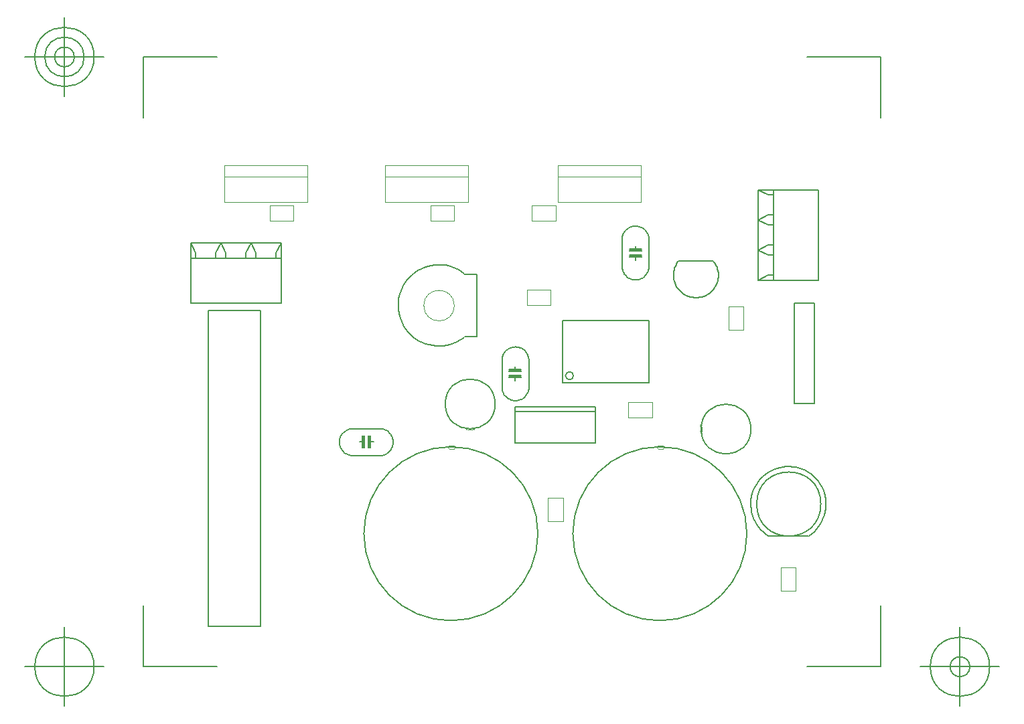
<source format=gbr>
G04 Generated by Ultiboard 14.1 *
%FSLAX34Y34*%
%MOMM*%

%ADD10C,0.0001*%
%ADD11C,0.1778*%
%ADD12C,0.2032*%
%ADD13C,0.0010*%
%ADD14C,0.1000*%
%ADD15C,0.1270*%


G04 ColorRGB 0000FF for the following layer *
%LN3D-Info Top*%
%LPD*%
G54D10*
G54D11*
X54187Y5292D02*
X54187Y405342D01*
X119803Y5292D02*
X119803Y405342D01*
X54187Y405342D01*
X54187Y5292D02*
X119803Y5292D01*
X270800Y221460D02*
X272282Y221525D01*
X273752Y221718D01*
X275200Y222039D01*
X276614Y222485D01*
X277985Y223053D01*
X279300Y223738D01*
X280551Y224534D01*
X281727Y225437D01*
X282821Y226439D01*
X283823Y227533D01*
X284726Y228709D01*
X285522Y229960D01*
X286207Y231275D01*
X286775Y232646D01*
X287221Y234060D01*
X287542Y235508D01*
X287735Y236978D01*
X287800Y238460D01*
X287735Y239942D01*
X287542Y241412D01*
X287221Y242860D01*
X286775Y244274D01*
X286207Y245645D01*
X285522Y246960D01*
X284726Y248211D01*
X283823Y249387D01*
X282821Y250481D01*
X281727Y251483D01*
X280551Y252386D01*
X279300Y253182D01*
X277985Y253867D01*
X276614Y254435D01*
X275200Y254881D01*
X273752Y255202D01*
X272282Y255395D01*
X270800Y255460D01*
X237800Y255460D02*
X236315Y255482D01*
X234833Y255375D01*
X233366Y255140D01*
X231925Y254777D01*
X230522Y254290D01*
X229166Y253682D01*
X227868Y252959D01*
X226639Y252126D01*
X225486Y251188D01*
X224420Y250153D01*
X223448Y249030D01*
X222578Y247826D01*
X221815Y246551D01*
X221167Y245214D01*
X220638Y243826D01*
X220232Y242397D01*
X219952Y240938D01*
X219800Y239460D01*
X219778Y237975D01*
X219885Y236493D01*
X220120Y235026D01*
X220483Y233585D01*
X220970Y232182D01*
X221578Y230826D01*
X222301Y229528D01*
X223134Y228299D01*
X224072Y227146D01*
X225107Y226080D01*
X226230Y225108D01*
X227434Y224238D01*
X228709Y223475D01*
X230046Y222827D01*
X231434Y222298D01*
X232863Y221892D01*
X234322Y221612D01*
X235800Y221460D01*
X237285Y221438D01*
X237800Y221460D01*
X259080Y238760D02*
X262890Y238760D01*
X256540Y246380D02*
X256540Y231140D01*
X257810Y231140D02*
X257810Y246380D01*
X259080Y246380D02*
X259080Y231140D01*
X250190Y246380D02*
X250190Y231140D01*
X251460Y231140D02*
X251460Y246380D01*
X248920Y231140D02*
X248920Y246380D01*
X248920Y238760D02*
X245110Y238760D01*
X270800Y255460D02*
X237800Y255460D01*
X270800Y221460D02*
X237800Y221460D01*
X442160Y283400D02*
X543160Y283400D01*
X543160Y277400D01*
X442160Y277400D01*
X442160Y283400D01*
X442160Y277400D02*
X543160Y277400D01*
X543160Y237400D01*
X442160Y237400D01*
X442160Y277400D01*
X459260Y341920D02*
X459195Y343402D01*
X459002Y344872D01*
X458681Y346320D01*
X458235Y347734D01*
X457667Y349105D01*
X456982Y350420D01*
X456186Y351671D01*
X455283Y352847D01*
X454281Y353941D01*
X453187Y354943D01*
X452011Y355846D01*
X450760Y356642D01*
X449445Y357327D01*
X448074Y357895D01*
X446660Y358341D01*
X445212Y358662D01*
X443742Y358855D01*
X442260Y358920D01*
X440778Y358855D01*
X439308Y358662D01*
X437860Y358341D01*
X436446Y357895D01*
X435075Y357327D01*
X433760Y356642D01*
X432509Y355846D01*
X431333Y354943D01*
X430239Y353941D01*
X429237Y352847D01*
X428334Y351671D01*
X427538Y350420D01*
X426853Y349105D01*
X426285Y347734D01*
X425839Y346320D01*
X425518Y344872D01*
X425325Y343402D01*
X425260Y341920D01*
X425260Y308920D02*
X425238Y307435D01*
X425345Y305953D01*
X425580Y304486D01*
X425943Y303045D01*
X426430Y301642D01*
X427038Y300286D01*
X427761Y298988D01*
X428594Y297759D01*
X429532Y296606D01*
X430567Y295540D01*
X431690Y294568D01*
X432894Y293698D01*
X434169Y292935D01*
X435506Y292287D01*
X436894Y291758D01*
X438323Y291352D01*
X439782Y291072D01*
X441260Y290920D01*
X442745Y290898D01*
X444227Y291005D01*
X445694Y291240D01*
X447135Y291603D01*
X448538Y292090D01*
X449894Y292698D01*
X451192Y293421D01*
X452421Y294254D01*
X453574Y295192D01*
X454640Y296227D01*
X455612Y297350D01*
X456482Y298554D01*
X457245Y299829D01*
X457893Y301166D01*
X458422Y302554D01*
X458828Y303983D01*
X459108Y305442D01*
X459260Y306920D01*
X459282Y308405D01*
X459260Y308920D01*
X441960Y330200D02*
X441960Y334010D01*
X434340Y327660D02*
X449580Y327660D01*
X449580Y328930D02*
X434340Y328930D01*
X434340Y330200D02*
X449580Y330200D01*
X434340Y321310D02*
X449580Y321310D01*
X449580Y322580D02*
X434340Y322580D01*
X449580Y320040D02*
X434340Y320040D01*
X441960Y320040D02*
X441960Y316230D01*
X425260Y341920D02*
X425260Y308920D01*
X459260Y341920D02*
X459260Y308920D01*
X393700Y450850D02*
X393700Y372110D01*
X377809Y451453D02*
X374202Y454122D01*
X370376Y456466D01*
X366361Y458468D01*
X362186Y460113D01*
X357883Y461387D01*
X353486Y462282D01*
X349028Y462790D01*
X344542Y462907D01*
X340064Y462633D01*
X335626Y461970D01*
X331263Y460923D01*
X327007Y459499D01*
X322892Y457709D01*
X318949Y455568D01*
X315207Y453092D01*
X311696Y450298D01*
X308441Y447210D01*
X305467Y443849D01*
X302798Y440242D01*
X300454Y436416D01*
X298452Y432401D01*
X296807Y428226D01*
X295533Y423923D01*
X294638Y419526D01*
X294130Y415068D01*
X294013Y410582D01*
X294287Y406104D01*
X294950Y401666D01*
X295997Y397303D01*
X297421Y393047D01*
X299211Y388932D01*
X301352Y384989D01*
X303828Y381247D01*
X306622Y377736D01*
X309710Y374481D01*
X313071Y371507D01*
X316678Y368838D01*
X320504Y366494D01*
X324519Y364492D01*
X328694Y362847D01*
X332997Y361573D01*
X337394Y360678D01*
X341852Y360170D01*
X346338Y360053D01*
X350816Y360327D01*
X355254Y360990D01*
X359617Y362037D01*
X363873Y363461D01*
X367988Y365251D01*
X371931Y367392D01*
X375673Y369868D01*
X377809Y371507D01*
X378460Y372110D02*
X393700Y372110D01*
X378460Y450850D02*
X393700Y450850D01*
X31750Y490220D02*
X146050Y490220D01*
X146050Y471170D01*
X31750Y471170D01*
X31750Y490220D01*
X146050Y490220D01*
X146050Y471170D01*
X31750Y471170D01*
X31750Y490220D01*
X31750Y471170D01*
X146050Y490220D02*
X146050Y471170D01*
X38100Y477520D02*
X38100Y471170D01*
X76200Y477520D02*
X76200Y471170D01*
X63500Y477520D02*
X63500Y471170D01*
X139700Y477520D02*
X139700Y471170D01*
X101600Y477520D02*
X101600Y471170D01*
X114300Y477520D02*
X114300Y471170D01*
X31750Y471170D02*
X146050Y471170D01*
X146050Y414020D01*
X31750Y414020D01*
X31750Y471170D01*
X146050Y414020D02*
X31750Y414020D01*
X114300Y471170D02*
X101600Y471170D01*
X76200Y471170D02*
X63500Y471170D01*
X38100Y471170D02*
X31750Y471170D01*
X146050Y471170D02*
X139700Y471170D01*
X107950Y490220D02*
X114300Y477520D01*
X69850Y490220D02*
X63500Y477520D01*
X69850Y490220D02*
X76200Y477520D01*
X31750Y490220D02*
X38100Y477520D01*
X107950Y490220D02*
X101600Y477520D01*
X146050Y490220D02*
X139700Y477520D01*
X749300Y443230D02*
X768350Y443230D01*
X768350Y557530D01*
X749300Y557530D01*
X749300Y443230D01*
X768350Y443230D01*
X768350Y557530D01*
X749300Y557530D01*
X749300Y443230D01*
X768350Y443230D01*
X749300Y557530D02*
X768350Y557530D01*
X762000Y449580D02*
X768350Y449580D01*
X762000Y487680D02*
X768350Y487680D01*
X762000Y474980D02*
X768350Y474980D01*
X762000Y551180D02*
X768350Y551180D01*
X762000Y513080D02*
X768350Y513080D01*
X762000Y525780D02*
X768350Y525780D01*
X768350Y443230D02*
X825500Y443230D01*
X825500Y557530D01*
X768350Y557530D01*
X768350Y443230D01*
X825500Y557530D02*
X825500Y443230D01*
X768350Y525780D02*
X768350Y513080D01*
X768350Y487680D02*
X768350Y474980D01*
X768350Y449580D02*
X768350Y443230D01*
X768350Y557530D02*
X768350Y551180D01*
X749300Y519430D02*
X762000Y525780D01*
X749300Y481330D02*
X762000Y474980D01*
X749300Y481330D02*
X762000Y487680D01*
X749300Y443230D02*
X762000Y449580D01*
X749300Y519430D02*
X762000Y513080D01*
X749300Y557530D02*
X762000Y551180D01*
X813338Y120078D02*
X816721Y122491D01*
X819880Y125189D01*
X822792Y128153D01*
X825435Y131359D01*
X827788Y134783D01*
X829834Y138399D01*
X831557Y142179D01*
X832944Y146096D01*
X833984Y150118D01*
X834670Y154216D01*
X834996Y158358D01*
X834960Y162513D01*
X834562Y166648D01*
X833804Y170733D01*
X832694Y174737D01*
X831239Y178629D01*
X829450Y182379D01*
X827342Y185958D01*
X824929Y189341D01*
X822231Y192500D01*
X819267Y195412D01*
X816061Y198055D01*
X812637Y200408D01*
X809021Y202454D01*
X805241Y204177D01*
X801324Y205564D01*
X797302Y206604D01*
X793204Y207290D01*
X789062Y207616D01*
X784907Y207580D01*
X780772Y207182D01*
X776687Y206424D01*
X772683Y205314D01*
X768791Y203859D01*
X765041Y202070D01*
X761462Y199962D01*
X758079Y197549D01*
X754920Y194851D01*
X752008Y191887D01*
X749365Y188681D01*
X747012Y185257D01*
X744966Y181641D01*
X743243Y177861D01*
X741856Y173944D01*
X740816Y169922D01*
X740130Y165824D01*
X739804Y161682D01*
X739840Y157527D01*
X740238Y153392D01*
X740996Y149307D01*
X742106Y145303D01*
X743561Y141411D01*
X745350Y137661D01*
X747458Y134082D01*
X749871Y130699D01*
X752569Y127540D01*
X755533Y124628D01*
X758739Y121985D01*
X761462Y120078D01*
X747272Y160120D02*
G75*
D01*
G02X747272Y160120I40528J0*
G01*
X762000Y119803D02*
X812800Y119803D01*
X577060Y460720D02*
X577125Y459238D01*
X577318Y457768D01*
X577639Y456320D01*
X578085Y454906D01*
X578653Y453535D01*
X579338Y452220D01*
X580134Y450969D01*
X581037Y449793D01*
X582039Y448699D01*
X583133Y447697D01*
X584309Y446794D01*
X585560Y445998D01*
X586875Y445313D01*
X588246Y444745D01*
X589660Y444299D01*
X591108Y443978D01*
X592578Y443785D01*
X594060Y443720D01*
X595542Y443785D01*
X597012Y443978D01*
X598460Y444299D01*
X599874Y444745D01*
X601245Y445313D01*
X602560Y445998D01*
X603811Y446794D01*
X604987Y447697D01*
X606081Y448699D01*
X607083Y449793D01*
X607986Y450969D01*
X608782Y452220D01*
X609467Y453535D01*
X610035Y454906D01*
X610481Y456320D01*
X610802Y457768D01*
X610995Y459238D01*
X611060Y460720D01*
X611060Y460720D01*
X611060Y493720D02*
X611082Y495205D01*
X610975Y496687D01*
X610740Y498154D01*
X610377Y499595D01*
X609890Y500998D01*
X609282Y502354D01*
X608559Y503652D01*
X607726Y504881D01*
X606788Y506034D01*
X605753Y507100D01*
X604630Y508072D01*
X603426Y508942D01*
X602151Y509705D01*
X600814Y510353D01*
X599426Y510882D01*
X597997Y511288D01*
X596538Y511568D01*
X595060Y511720D01*
X593575Y511742D01*
X592093Y511635D01*
X590626Y511400D01*
X589185Y511037D01*
X587782Y510550D01*
X586426Y509942D01*
X585128Y509219D01*
X583899Y508386D01*
X582746Y507448D01*
X581680Y506413D01*
X580708Y505290D01*
X579838Y504086D01*
X579075Y502811D01*
X578427Y501474D01*
X577898Y500086D01*
X577492Y498657D01*
X577212Y497198D01*
X577060Y495720D01*
X577038Y494235D01*
X577060Y493720D01*
X594360Y472440D02*
X594360Y468630D01*
X601980Y474980D02*
X586740Y474980D01*
X586740Y473710D02*
X601980Y473710D01*
X601980Y472440D02*
X586740Y472440D01*
X601980Y481330D02*
X586740Y481330D01*
X586740Y480060D02*
X601980Y480060D01*
X586740Y482600D02*
X601980Y482600D01*
X594360Y482600D02*
X594360Y486410D01*
X611060Y460720D02*
X611060Y493720D01*
X577060Y460720D02*
X577060Y493720D01*
X648460Y467620D02*
X646976Y465634D01*
X645671Y463526D01*
X644554Y461313D01*
X643635Y459011D01*
X642920Y456637D01*
X642414Y454210D01*
X642122Y451748D01*
X642046Y449271D01*
X642185Y446796D01*
X642540Y444342D01*
X643108Y441929D01*
X643883Y439574D01*
X644861Y437296D01*
X646034Y435112D01*
X647392Y433038D01*
X648926Y431091D01*
X650624Y429285D01*
X652473Y427633D01*
X654459Y426150D01*
X656567Y424844D01*
X658780Y423728D01*
X661083Y422808D01*
X663456Y422093D01*
X665883Y421588D01*
X668345Y421295D01*
X670823Y421219D01*
X673298Y421359D01*
X675751Y421714D01*
X678165Y422281D01*
X680519Y423057D01*
X682797Y424035D01*
X684981Y425207D01*
X687055Y426566D01*
X689002Y428100D01*
X690809Y429798D01*
X692460Y431647D01*
X693944Y433633D01*
X695249Y435740D01*
X696366Y437954D01*
X697285Y440256D01*
X698000Y442630D01*
X698506Y445057D01*
X698798Y447518D01*
X698874Y449996D01*
X698735Y452471D01*
X698380Y454925D01*
X697812Y457338D01*
X697037Y459693D01*
X696059Y461971D01*
X694886Y464155D01*
X693528Y466229D01*
X692460Y467620D01*
X648460Y467620D02*
X692460Y467620D01*
G54D12*
X250680Y122620D02*
G75*
D01*
G02X250680Y122620I110000J0*
G01*
X514840Y122620D02*
G75*
D01*
G02X514840Y122620I110000J0*
G01*
X353580Y286820D02*
G75*
D01*
G02X353580Y286820I31500J0*
G01*
X501660Y313690D02*
X610860Y313690D01*
X610860Y392430D02*
X501660Y392430D01*
X501660Y313690D01*
X505620Y322580D02*
G75*
D01*
G02X505620Y322580I5000J0*
G01*
X610860Y313690D02*
X610860Y392430D01*
X820080Y414160D02*
X795033Y414160D01*
X795033Y287050D01*
X820080Y287050D01*
X820080Y414160D01*
X676960Y255000D02*
G75*
D01*
G02X676960Y255000I31500J0*
G01*
G54D13*
X356704Y231620D02*
G75*
D01*
G03X358709Y229615I2005J0*
G01*
X364680Y229615D01*
G75*
D01*
G03X366685Y231620I0J2005*
G01*
G74*
D01*
G03X364680Y233625I2005J0*
G01*
X358709Y233625D01*
G75*
D01*
G03X356704Y231620I0J-2005*
G01*
X620864Y231620D02*
G75*
D01*
G03X622869Y229615I2005J0*
G01*
X628840Y229615D01*
G75*
D01*
G03X630845Y231620I0J2005*
G01*
G74*
D01*
G03X628840Y233625I2005J0*
G01*
X622869Y233625D01*
G75*
D01*
G03X620864Y231620I0J-2005*
G01*
X380075Y254320D02*
X380075Y256325D01*
G75*
D01*
G03X382080Y254320I2005J0*
G01*
X388051Y254320D01*
G75*
D01*
G03X390056Y256325I0J2005*
G01*
X390056Y254320D01*
G74*
D01*
G03X388051Y256325I2005J0*
G01*
X382080Y256325D01*
G75*
D01*
G03X380075Y254320I0J-2005*
G01*
X326390Y411226D02*
G75*
D01*
G02X326390Y411226I19304J0*
G01*
X74153Y588401D02*
X179309Y588401D01*
X179309Y541919D01*
X74153Y541919D01*
X74153Y588401D01*
X179309Y588401D01*
X179309Y574431D01*
X74153Y574431D01*
X74153Y588401D01*
X277622Y588401D02*
X382778Y588401D01*
X382778Y541919D01*
X277622Y541919D01*
X277622Y588401D01*
X382778Y588401D01*
X382778Y574431D01*
X277622Y574431D01*
X277622Y588401D01*
X496062Y588401D02*
X601218Y588401D01*
X601218Y541919D01*
X496062Y541919D01*
X496062Y588401D01*
X601218Y588401D01*
X601218Y574431D01*
X496062Y574431D01*
X496062Y588401D01*
X675960Y258000D02*
X675960Y252029D01*
G75*
D01*
G03X677965Y250024I2005J0*
G01*
X675960Y250024D01*
G75*
D01*
G03X677965Y252029I0J2005*
G01*
X677965Y258000D01*
G74*
D01*
G03X675960Y260005I2005J0*
G01*
X677965Y260005D01*
G75*
D01*
G03X675960Y258000I0J-2005*
G01*
G54D14*
X615160Y269800D02*
X585160Y269800D01*
X585160Y288800D01*
X615160Y288800D01*
X615160Y269800D01*
X456720Y431240D02*
X486720Y431240D01*
X486720Y412240D01*
X456720Y412240D01*
X456720Y431240D01*
X711760Y380520D02*
X730760Y380520D01*
X730760Y410520D01*
X711760Y410520D01*
X711760Y380520D01*
X493240Y518720D02*
X463240Y518720D01*
X463240Y537720D01*
X493240Y537720D01*
X493240Y518720D01*
X334800Y537920D02*
X364800Y537920D01*
X364800Y518920D01*
X334800Y518920D01*
X334800Y537920D01*
X131600Y537920D02*
X161600Y537920D01*
X161600Y518920D01*
X131600Y518920D01*
X131600Y537920D01*
X777800Y50320D02*
X796800Y50320D01*
X796800Y80320D01*
X777800Y80320D01*
X777800Y50320D01*
X502360Y168120D02*
X483360Y168120D01*
X483360Y138120D01*
X502360Y138120D01*
X502360Y168120D01*
G54D15*
X-27872Y-45720D02*
X-27872Y31437D01*
X-27872Y-45720D02*
X65339Y-45720D01*
X904240Y-45720D02*
X811029Y-45720D01*
X904240Y-45720D02*
X904240Y31437D01*
X904240Y725851D02*
X904240Y648694D01*
X904240Y725851D02*
X811029Y725851D01*
X-27872Y725851D02*
X65339Y725851D01*
X-27872Y725851D02*
X-27872Y648694D01*
X-77872Y-45720D02*
X-177872Y-45720D01*
X-127872Y-95720D02*
X-127872Y4280D01*
X-165372Y-45720D02*
G75*
D01*
G02X-165372Y-45720I37500J0*
G01*
X954240Y-45720D02*
X1054240Y-45720D01*
X1004240Y-95720D02*
X1004240Y4280D01*
X966740Y-45720D02*
G75*
D01*
G02X966740Y-45720I37500J0*
G01*
X991740Y-45720D02*
G75*
D01*
G02X991740Y-45720I12500J0*
G01*
X-77872Y725851D02*
X-177872Y725851D01*
X-127872Y675851D02*
X-127872Y775851D01*
X-165372Y725851D02*
G75*
D01*
G02X-165372Y725851I37500J0*
G01*
X-152872Y725851D02*
G75*
D01*
G02X-152872Y725851I25000J0*
G01*
X-140372Y725851D02*
G75*
D01*
G02X-140372Y725851I12500J0*
G01*

M02*

</source>
